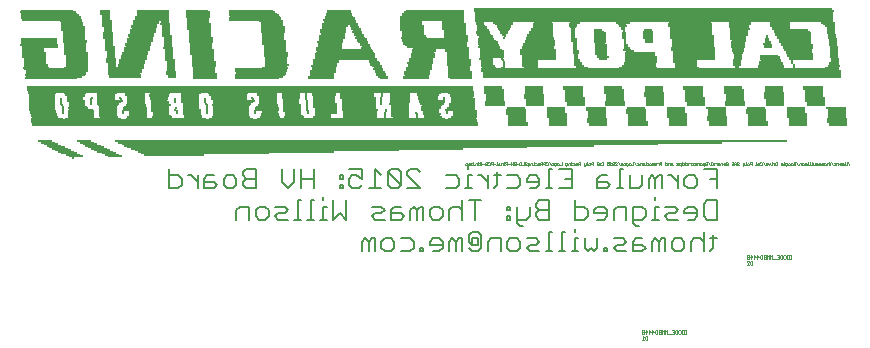
<source format=gbo>
G75*
%MOIN*%
%OFA0B0*%
%FSLAX24Y24*%
%IPPOS*%
%LPD*%
%AMOC8*
5,1,8,0,0,1.08239X$1,22.5*
%
%ADD10R,0.0100X0.0050*%
%ADD11R,0.0500X0.0050*%
%ADD12R,0.2000X0.0050*%
%ADD13R,0.4300X0.0050*%
%ADD14R,0.0550X0.0050*%
%ADD15R,0.6550X0.0050*%
%ADD16R,0.8800X0.0050*%
%ADD17R,1.1100X0.0050*%
%ADD18R,1.3350X0.0050*%
%ADD19R,1.5650X0.0050*%
%ADD20R,1.7900X0.0050*%
%ADD21R,2.0150X0.0050*%
%ADD22R,2.2400X0.0050*%
%ADD23R,0.0600X0.0050*%
%ADD24R,0.0650X0.0050*%
%ADD25R,1.4900X0.0050*%
%ADD26R,1.4850X0.0050*%
%ADD27R,0.0950X0.0050*%
%ADD28R,0.6250X0.0050*%
%ADD29R,0.1500X0.0050*%
%ADD30R,0.2700X0.0050*%
%ADD31R,0.1900X0.0050*%
%ADD32R,0.1050X0.0050*%
%ADD33R,0.0850X0.0050*%
%ADD34R,0.1150X0.0050*%
%ADD35R,0.1300X0.0050*%
%ADD36R,0.0900X0.0050*%
%ADD37R,0.0800X0.0050*%
%ADD38R,0.1200X0.0050*%
%ADD39R,0.0050X0.0050*%
%ADD40R,0.0750X0.0050*%
%ADD41R,0.1000X0.0050*%
%ADD42R,0.0700X0.0050*%
%ADD43R,0.1250X0.0050*%
%ADD44R,0.1350X0.0050*%
%ADD45R,0.1400X0.0050*%
%ADD46R,0.0300X0.0050*%
%ADD47R,0.1450X0.0050*%
%ADD48R,0.1750X0.0050*%
%ADD49R,1.1950X0.0050*%
%ADD50R,0.0350X0.0050*%
%ADD51R,0.1600X0.0050*%
%ADD52R,0.1650X0.0050*%
%ADD53R,0.1700X0.0050*%
%ADD54R,0.1100X0.0050*%
%ADD55R,0.2050X0.0050*%
%ADD56R,1.2000X0.0050*%
%ADD57R,0.2100X0.0050*%
%ADD58R,0.2150X0.0050*%
%ADD59R,0.0150X0.0050*%
%ADD60R,0.0400X0.0050*%
%ADD61R,0.0450X0.0050*%
%ADD62R,0.0250X0.0050*%
%ADD63R,0.0200X0.0050*%
%ADD64R,0.1950X0.0050*%
%ADD65R,0.1850X0.0050*%
%ADD66R,0.2200X0.0050*%
%ADD67R,0.1550X0.0050*%
%ADD68C,0.0010*%
%ADD69C,0.0060*%
D10*
X015875Y017250D03*
X015525Y018750D03*
X015525Y018800D03*
X015525Y018850D03*
X015525Y018900D03*
X015525Y018950D03*
X015475Y019050D03*
X015475Y019100D03*
X015475Y019150D03*
X015475Y019200D03*
X016475Y019200D03*
X016475Y019150D03*
X016475Y019100D03*
X016475Y019050D03*
X017475Y019200D03*
X017525Y018800D03*
X017525Y018750D03*
X019275Y018850D03*
X019325Y018800D03*
X019275Y019100D03*
X019275Y019150D03*
X019275Y019200D03*
X020275Y019200D03*
X020275Y019150D03*
X020275Y019100D03*
X020325Y019000D03*
X020325Y018950D03*
X020325Y018900D03*
X020325Y018850D03*
X020325Y018800D03*
X021925Y018800D03*
X021925Y018750D03*
X021875Y019200D03*
X023625Y019300D03*
X023625Y019350D03*
X023625Y019400D03*
X023675Y019150D03*
X023675Y019100D03*
X023675Y019050D03*
X023675Y019000D03*
X023675Y018950D03*
X023675Y018900D03*
X023675Y018850D03*
X026175Y019300D03*
X026175Y019350D03*
X026175Y019400D03*
X026275Y018750D03*
X026275Y018700D03*
X026275Y018650D03*
X026275Y018600D03*
X027325Y018600D03*
X027325Y018650D03*
X027325Y018700D03*
X028325Y018750D03*
X028325Y018800D03*
X030225Y020300D03*
X030225Y020450D03*
X030175Y020550D03*
X030275Y021300D03*
X034225Y021450D03*
X034225Y021500D03*
X034275Y021200D03*
X034275Y021150D03*
X034275Y021100D03*
X034275Y021050D03*
X039825Y020500D03*
D11*
X041175Y020250D03*
X038075Y021150D03*
X031125Y020250D03*
X029725Y020250D03*
X029625Y021250D03*
X029625Y021300D03*
X029575Y021350D03*
X030225Y021600D03*
X030225Y021650D03*
X017275Y017300D03*
X017175Y017350D03*
X017075Y017400D03*
X016425Y017700D03*
X016325Y017750D03*
X016225Y017800D03*
X015875Y017350D03*
X015975Y017300D03*
X015225Y017650D03*
X015125Y017700D03*
X015025Y017750D03*
X014925Y017800D03*
D12*
X015275Y020000D03*
X015175Y021850D03*
X015125Y021950D03*
X019225Y017350D03*
X024925Y020700D03*
D13*
X020275Y017400D03*
D14*
X018800Y018700D03*
X018800Y018750D03*
X018750Y019150D03*
X019800Y019050D03*
X019800Y019000D03*
X019800Y018950D03*
X019800Y018900D03*
X022450Y018800D03*
X022450Y018750D03*
X023200Y018750D03*
X023200Y018700D03*
X023150Y019050D03*
X023150Y019100D03*
X023150Y019150D03*
X023150Y019200D03*
X024200Y018700D03*
X024200Y018650D03*
X026800Y018600D03*
X027800Y018750D03*
X027800Y018800D03*
X027850Y018650D03*
X031100Y020300D03*
X031100Y020350D03*
X031100Y020400D03*
X031100Y020450D03*
X031100Y020500D03*
X029650Y021200D03*
X038050Y021200D03*
X038050Y021250D03*
X038050Y021300D03*
X016950Y017450D03*
X016850Y017500D03*
X016750Y017550D03*
X016650Y017600D03*
X016550Y017650D03*
X015750Y017400D03*
X015650Y017450D03*
X015550Y017500D03*
X015450Y017550D03*
X015350Y017600D03*
X016000Y019000D03*
X016000Y019050D03*
X016000Y019100D03*
X015950Y019200D03*
X015950Y019250D03*
D15*
X021300Y017450D03*
D16*
X022325Y017500D03*
D17*
X023325Y017550D03*
D18*
X024350Y017600D03*
D19*
X025400Y017650D03*
D20*
X026425Y017700D03*
D21*
X027450Y017750D03*
D22*
X028475Y017800D03*
D23*
X027875Y018600D03*
X027825Y018700D03*
X027775Y018850D03*
X026775Y018850D03*
X026775Y018900D03*
X026775Y018950D03*
X026775Y019000D03*
X026775Y018800D03*
X026775Y018750D03*
X026775Y018700D03*
X026775Y018650D03*
X024175Y018600D03*
X023225Y018650D03*
X023175Y018800D03*
X023175Y018850D03*
X023175Y018900D03*
X023175Y018950D03*
X023175Y019000D03*
X023125Y019250D03*
X023125Y019300D03*
X023125Y019350D03*
X023125Y019400D03*
X022375Y019300D03*
X022375Y019250D03*
X022375Y019200D03*
X022375Y019150D03*
X022375Y019100D03*
X022375Y019050D03*
X022425Y018700D03*
X022425Y018650D03*
X019875Y018650D03*
X019875Y018600D03*
X019825Y018700D03*
X019825Y018750D03*
X019825Y018800D03*
X019825Y018850D03*
X019775Y019100D03*
X019775Y019150D03*
X019775Y019200D03*
X019775Y019250D03*
X019775Y019300D03*
X019775Y019350D03*
X018775Y019100D03*
X018775Y019050D03*
X018775Y018950D03*
X018775Y018900D03*
X018775Y018850D03*
X018775Y018800D03*
X018825Y018650D03*
X018725Y019200D03*
X018725Y019250D03*
X017975Y019250D03*
X017975Y019300D03*
X017975Y019200D03*
X017975Y019150D03*
X017975Y019100D03*
X017975Y019050D03*
X018025Y018800D03*
X018025Y018750D03*
X018025Y018700D03*
X018025Y018650D03*
X017075Y018600D03*
X017025Y018650D03*
X017025Y018700D03*
X017025Y018750D03*
X017025Y018800D03*
X017025Y018850D03*
X017025Y018900D03*
X017025Y018950D03*
X016975Y019200D03*
X016975Y019250D03*
X016975Y019300D03*
X016975Y019350D03*
X015975Y019300D03*
X015975Y019150D03*
X016025Y018950D03*
X029675Y021150D03*
X030225Y021700D03*
X031525Y021750D03*
X031225Y019600D03*
X031225Y019550D03*
X031225Y019500D03*
X031225Y019450D03*
X031225Y019400D03*
X031275Y019200D03*
X031275Y019150D03*
X031275Y019100D03*
X031275Y019050D03*
X031275Y019000D03*
X030675Y018650D03*
X030675Y018600D03*
X030675Y018550D03*
X030675Y018500D03*
X030675Y018450D03*
X030625Y018900D03*
X029925Y019150D03*
X029925Y019200D03*
X029925Y019250D03*
X029925Y019300D03*
X029925Y019350D03*
X029875Y019550D03*
X029875Y019600D03*
X031975Y018900D03*
X031975Y018850D03*
X031975Y018800D03*
X031975Y018750D03*
X032025Y018550D03*
X032025Y018500D03*
X032025Y018450D03*
X032025Y018400D03*
X032025Y018350D03*
X032625Y019000D03*
X032625Y019050D03*
X032625Y019100D03*
X032575Y019300D03*
X032575Y019350D03*
X032575Y019400D03*
X032575Y019450D03*
X032575Y019500D03*
X033325Y018800D03*
X033325Y018750D03*
X033325Y018700D03*
X033325Y018650D03*
X033325Y018600D03*
X033375Y018400D03*
X033375Y018350D03*
X033925Y019150D03*
X033925Y019200D03*
X033925Y019250D03*
X033925Y019300D03*
X033925Y019350D03*
X033875Y019550D03*
X033875Y019600D03*
X034625Y018900D03*
X034675Y018700D03*
X034675Y018650D03*
X034675Y018600D03*
X034675Y018550D03*
X034675Y018500D03*
X035275Y019000D03*
X035275Y019050D03*
X035275Y019100D03*
X035275Y019150D03*
X035275Y019200D03*
X035275Y019250D03*
X035225Y019450D03*
X035225Y019500D03*
X035225Y019550D03*
X035225Y019600D03*
X035975Y018900D03*
X035975Y018850D03*
X035975Y018800D03*
X035975Y018750D03*
X036025Y018550D03*
X036025Y018500D03*
X036025Y018450D03*
X036025Y018400D03*
X036025Y018350D03*
X036625Y019000D03*
X036625Y019050D03*
X036625Y019100D03*
X036575Y019300D03*
X036575Y019350D03*
X036575Y019400D03*
X036575Y019450D03*
X036575Y019500D03*
X037325Y018850D03*
X037325Y018800D03*
X037325Y018750D03*
X037325Y018700D03*
X037325Y018650D03*
X037375Y018450D03*
X037375Y018400D03*
X037375Y018350D03*
X037925Y019150D03*
X037925Y019200D03*
X037925Y019250D03*
X037925Y019300D03*
X037925Y019350D03*
X037875Y019550D03*
X037875Y019600D03*
X038625Y018900D03*
X038675Y018700D03*
X038675Y018650D03*
X038675Y018600D03*
X038675Y018550D03*
X038675Y018500D03*
X039275Y019000D03*
X039275Y019050D03*
X039275Y019100D03*
X039275Y019150D03*
X039275Y019200D03*
X039225Y019450D03*
X039225Y019500D03*
X039225Y019550D03*
X039225Y019600D03*
X039975Y018900D03*
X039975Y018850D03*
X039975Y018800D03*
X039975Y018750D03*
X040025Y018550D03*
X040025Y018500D03*
X040025Y018450D03*
X040025Y018400D03*
X040025Y018350D03*
X040625Y019000D03*
X040625Y019050D03*
X040625Y019100D03*
X040575Y019300D03*
X040575Y019350D03*
X040575Y019400D03*
X040575Y019450D03*
X040575Y019500D03*
X041325Y018850D03*
X041325Y018800D03*
X041325Y018750D03*
X041325Y018700D03*
X041325Y018650D03*
X041325Y018600D03*
X041375Y018400D03*
X041375Y018350D03*
X039075Y020650D03*
X039475Y021550D03*
X039475Y021600D03*
X038075Y021500D03*
X038075Y021450D03*
X038075Y021400D03*
X038075Y021350D03*
D24*
X038100Y021550D03*
X039450Y021650D03*
X039100Y020600D03*
X039100Y020550D03*
X039250Y019400D03*
X039250Y019350D03*
X039250Y019300D03*
X039250Y019250D03*
X038650Y018850D03*
X038650Y018800D03*
X038650Y018750D03*
X038700Y018450D03*
X038700Y018400D03*
X038700Y018350D03*
X037950Y019000D03*
X037950Y019050D03*
X037950Y019100D03*
X037900Y019400D03*
X037900Y019450D03*
X037900Y019500D03*
X037300Y018900D03*
X037350Y018600D03*
X037350Y018550D03*
X037350Y018500D03*
X036600Y019150D03*
X036600Y019200D03*
X036600Y019250D03*
X036550Y019550D03*
X036550Y019600D03*
X035250Y019400D03*
X035250Y019350D03*
X035250Y019300D03*
X034650Y018850D03*
X034650Y018800D03*
X034650Y018750D03*
X034700Y018450D03*
X034700Y018400D03*
X034700Y018350D03*
X033950Y019000D03*
X033950Y019050D03*
X033950Y019100D03*
X033900Y019400D03*
X033900Y019450D03*
X033900Y019500D03*
X033300Y018900D03*
X033300Y018850D03*
X033350Y018550D03*
X033350Y018500D03*
X033350Y018450D03*
X032600Y019150D03*
X032600Y019200D03*
X032600Y019250D03*
X032550Y019550D03*
X032550Y019600D03*
X031250Y019350D03*
X031250Y019300D03*
X031250Y019250D03*
X030650Y018850D03*
X030650Y018800D03*
X030650Y018750D03*
X030650Y018700D03*
X030700Y018400D03*
X030700Y018350D03*
X029950Y019000D03*
X029950Y019050D03*
X029950Y019100D03*
X029900Y019400D03*
X029900Y019450D03*
X029900Y019500D03*
X027800Y018950D03*
X027800Y018900D03*
X027700Y019200D03*
X027700Y019250D03*
X027700Y019300D03*
X026750Y019050D03*
X023250Y018600D03*
X022450Y018600D03*
X022350Y019350D03*
X019800Y019400D03*
X018750Y019350D03*
X018750Y019300D03*
X018800Y019000D03*
X018850Y018600D03*
X018000Y018600D03*
X017050Y019000D03*
X017000Y019400D03*
X015950Y019350D03*
X016050Y018900D03*
X017950Y019350D03*
X029700Y021050D03*
X029700Y021100D03*
X030200Y021750D03*
X032000Y018700D03*
X032000Y018650D03*
X032000Y018600D03*
X036000Y018600D03*
X036000Y018650D03*
X036000Y018700D03*
X040000Y018700D03*
X040000Y018650D03*
X040000Y018600D03*
X040600Y019150D03*
X040600Y019200D03*
X040600Y019250D03*
X040550Y019550D03*
X040550Y019600D03*
X041300Y018900D03*
X041350Y018550D03*
X041350Y018500D03*
X041350Y018450D03*
D25*
X021925Y018400D03*
X021925Y018350D03*
X021775Y019500D03*
X021775Y019550D03*
X021775Y019600D03*
D26*
X021800Y019450D03*
X021900Y018500D03*
X021900Y018450D03*
D27*
X024750Y021950D03*
X028800Y018900D03*
X028850Y018550D03*
X031450Y021200D03*
X031450Y021250D03*
X040050Y020850D03*
X014850Y019400D03*
D28*
X025150Y018550D03*
D29*
X021125Y018550D03*
D30*
X018975Y018550D03*
D31*
X016525Y018550D03*
X015225Y019950D03*
X015075Y022050D03*
X024925Y020800D03*
X028125Y020900D03*
D32*
X031400Y021000D03*
X031400Y021050D03*
X034800Y020600D03*
X034800Y020550D03*
X034800Y020500D03*
X034800Y020450D03*
X039950Y021100D03*
X039950Y021150D03*
X040000Y021000D03*
X024750Y021850D03*
X018550Y022150D03*
X017600Y020000D03*
X017600Y019950D03*
X015000Y018550D03*
D33*
X014900Y018650D03*
X014900Y018700D03*
X014850Y018850D03*
X014850Y018900D03*
X014850Y018950D03*
X014850Y019000D03*
X014850Y019050D03*
X016150Y018800D03*
X016150Y018750D03*
X016150Y018700D03*
X016150Y018650D03*
X017100Y019150D03*
X017800Y020300D03*
X017800Y020350D03*
X017850Y020400D03*
X017850Y020450D03*
X017850Y020500D03*
X017900Y020550D03*
X017900Y020600D03*
X017900Y020650D03*
X017950Y020700D03*
X017950Y020750D03*
X018000Y020850D03*
X018000Y020900D03*
X018050Y021000D03*
X018050Y021050D03*
X018100Y021150D03*
X018100Y021200D03*
X018150Y021300D03*
X018150Y021350D03*
X018200Y021450D03*
X018200Y021500D03*
X018250Y021600D03*
X018250Y021650D03*
X018300Y021750D03*
X018300Y021800D03*
X014650Y020250D03*
X022600Y020250D03*
X024150Y019950D03*
X024150Y019900D03*
X024200Y020100D03*
X024200Y020150D03*
X024250Y020300D03*
X024300Y020450D03*
X024300Y020500D03*
X024400Y020900D03*
X024450Y021100D03*
X024500Y021250D03*
X024500Y021300D03*
X024550Y021450D03*
X024550Y021500D03*
X024600Y021650D03*
X027250Y021250D03*
X027450Y020400D03*
X027400Y020250D03*
X027400Y020200D03*
X027350Y020100D03*
X027350Y020050D03*
X027300Y019950D03*
X027300Y019900D03*
X027850Y019150D03*
X027850Y019100D03*
X028800Y019400D03*
X028850Y019050D03*
X028850Y019000D03*
X028900Y018600D03*
X031450Y021300D03*
X031450Y021350D03*
X039150Y020300D03*
X040100Y020650D03*
X040100Y020700D03*
D34*
X039900Y021250D03*
X039900Y021300D03*
X039800Y021500D03*
X034750Y020300D03*
X031400Y020550D03*
X031400Y020600D03*
X031400Y020650D03*
X025400Y019200D03*
X025400Y019150D03*
X025400Y019100D03*
X025400Y019050D03*
X025400Y019000D03*
X025400Y018950D03*
X025400Y018900D03*
X025450Y018800D03*
X025450Y018750D03*
X025450Y018700D03*
X025450Y018650D03*
X025450Y018600D03*
X025350Y019300D03*
X025350Y019350D03*
X025350Y019400D03*
X018500Y021850D03*
X018500Y021900D03*
X018500Y021950D03*
X017600Y020200D03*
X017600Y020150D03*
X017600Y020100D03*
D35*
X021175Y019050D03*
X021125Y018600D03*
D36*
X016125Y018600D03*
X014925Y018600D03*
X014875Y018750D03*
X014875Y018800D03*
X014825Y019100D03*
X014825Y019150D03*
X014825Y019200D03*
X014825Y019250D03*
X014825Y019300D03*
X014825Y019350D03*
X024725Y022000D03*
X024725Y022050D03*
X028825Y018950D03*
X039125Y020250D03*
X040075Y020750D03*
X040075Y020800D03*
D37*
X040125Y020600D03*
X040125Y020550D03*
X039125Y020400D03*
X039125Y020350D03*
X036325Y020250D03*
X036275Y020450D03*
X036275Y020500D03*
X031475Y021400D03*
X031475Y021450D03*
X029825Y020800D03*
X029825Y020750D03*
X029825Y020700D03*
X029825Y020650D03*
X029825Y020600D03*
X028725Y020500D03*
X028725Y020450D03*
X028725Y020400D03*
X028725Y020350D03*
X028775Y020100D03*
X028775Y020050D03*
X028775Y020000D03*
X028775Y019950D03*
X028825Y019350D03*
X028825Y019300D03*
X028875Y019200D03*
X028875Y019150D03*
X028875Y019100D03*
X028925Y018800D03*
X028925Y018750D03*
X028925Y018700D03*
X028925Y018650D03*
X027825Y019050D03*
X027725Y019400D03*
X027325Y020000D03*
X027375Y020150D03*
X027425Y020300D03*
X027425Y020350D03*
X027475Y020450D03*
X027475Y020500D03*
X027475Y020550D03*
X027525Y020600D03*
X027525Y020650D03*
X027525Y020700D03*
X027575Y020800D03*
X027575Y020850D03*
X027225Y021300D03*
X027175Y021500D03*
X027175Y021550D03*
X027175Y021600D03*
X027175Y021650D03*
X028575Y021650D03*
X028575Y021700D03*
X028575Y021600D03*
X028575Y021550D03*
X028625Y021300D03*
X028625Y021250D03*
X028675Y020850D03*
X028675Y020800D03*
X024725Y022100D03*
X024725Y022150D03*
X024575Y021600D03*
X024575Y021550D03*
X024525Y021400D03*
X024525Y021350D03*
X024475Y021200D03*
X024475Y021150D03*
X024425Y021050D03*
X024425Y021000D03*
X024425Y020950D03*
X024275Y020400D03*
X024275Y020350D03*
X024225Y020250D03*
X024225Y020200D03*
X024175Y020050D03*
X024175Y020000D03*
X024225Y019400D03*
X024225Y019350D03*
X024275Y019050D03*
X024275Y019000D03*
X024275Y018950D03*
X022325Y018900D03*
X022325Y018850D03*
X020275Y019900D03*
X020275Y019950D03*
X020275Y020000D03*
X020275Y020050D03*
X020225Y020300D03*
X020225Y020350D03*
X020225Y020400D03*
X020225Y020450D03*
X020175Y020700D03*
X020175Y020750D03*
X020175Y020800D03*
X020175Y020850D03*
X020125Y021100D03*
X020125Y021150D03*
X020125Y021200D03*
X020125Y021250D03*
X020075Y021550D03*
X020075Y021600D03*
X020075Y021650D03*
X020075Y021700D03*
X020025Y021950D03*
X020025Y022000D03*
X020025Y022050D03*
X020025Y022100D03*
X018275Y021700D03*
X018225Y021550D03*
X018175Y021400D03*
X018125Y021250D03*
X018075Y021100D03*
X018025Y020950D03*
X017975Y020800D03*
X015975Y020750D03*
X015975Y020700D03*
X015925Y021100D03*
X015925Y021150D03*
X015875Y021500D03*
X015875Y021550D03*
X015875Y021600D03*
X014575Y020750D03*
X014575Y020700D03*
X014575Y020650D03*
X014575Y020600D03*
X014625Y020350D03*
X014625Y020300D03*
X015975Y020250D03*
X017075Y019100D03*
X017925Y018900D03*
X017925Y018850D03*
X016125Y018850D03*
X022575Y021050D03*
X022575Y021100D03*
X022575Y021150D03*
X022525Y021450D03*
X022525Y021500D03*
X022525Y021550D03*
X022525Y021600D03*
X022475Y021800D03*
X022625Y020750D03*
X022625Y020700D03*
X022625Y020650D03*
X022675Y020350D03*
D38*
X021075Y019300D03*
X021075Y019250D03*
X021075Y019200D03*
X021125Y018950D03*
X021125Y018900D03*
X021125Y018850D03*
X021125Y018800D03*
X021125Y018750D03*
X021125Y018700D03*
X021125Y018650D03*
X017625Y020250D03*
X014775Y020950D03*
X014725Y021050D03*
X014725Y021100D03*
X014725Y021150D03*
X014725Y021200D03*
X024775Y021700D03*
X025375Y019250D03*
X025425Y018850D03*
X031375Y020700D03*
X031375Y020750D03*
X031375Y020800D03*
X031375Y020850D03*
X039825Y021450D03*
X039875Y021400D03*
X039875Y021350D03*
D39*
X039000Y021300D03*
X039000Y021250D03*
X039850Y020450D03*
X039850Y020400D03*
X039900Y020350D03*
X039900Y020300D03*
X039900Y020250D03*
X030250Y020350D03*
X030250Y020400D03*
X030200Y020500D03*
X030250Y021250D03*
X028250Y019250D03*
X028250Y019200D03*
X027300Y018750D03*
X026300Y018800D03*
X026300Y018850D03*
X026150Y019050D03*
X026150Y019100D03*
X026150Y019150D03*
X026150Y019200D03*
X026150Y019250D03*
X023700Y018800D03*
X023700Y018750D03*
X023650Y019200D03*
X023650Y019250D03*
X021850Y019250D03*
X020300Y019050D03*
X020350Y018750D03*
X019350Y018750D03*
X019300Y018900D03*
X017450Y019250D03*
X016500Y019250D03*
X015500Y019000D03*
D40*
X015950Y019400D03*
X016000Y020300D03*
X016000Y020350D03*
X016000Y020400D03*
X016000Y020450D03*
X016000Y020500D03*
X016000Y020550D03*
X016000Y020600D03*
X016000Y020650D03*
X015950Y020800D03*
X015950Y020850D03*
X015950Y020900D03*
X015950Y020950D03*
X015950Y021000D03*
X015950Y021050D03*
X015900Y021200D03*
X015900Y021250D03*
X015900Y021300D03*
X015900Y021350D03*
X015900Y021400D03*
X015900Y021450D03*
X015850Y021650D03*
X015850Y021700D03*
X015850Y021750D03*
X015800Y021800D03*
X014550Y020900D03*
X014550Y020850D03*
X014550Y020800D03*
X014600Y020550D03*
X014600Y020500D03*
X014600Y020450D03*
X014600Y020400D03*
X017050Y019050D03*
X017950Y018950D03*
X020250Y020100D03*
X020250Y020150D03*
X020250Y020200D03*
X020250Y020250D03*
X020200Y020500D03*
X020200Y020550D03*
X020200Y020600D03*
X020200Y020650D03*
X020150Y020900D03*
X020150Y020950D03*
X020150Y021000D03*
X020150Y021050D03*
X020100Y021300D03*
X020100Y021350D03*
X020100Y021400D03*
X020100Y021450D03*
X020100Y021500D03*
X020050Y021750D03*
X020050Y021800D03*
X020050Y021850D03*
X020050Y021900D03*
X020000Y022150D03*
X022500Y021750D03*
X022500Y021700D03*
X022500Y021650D03*
X022550Y021400D03*
X022550Y021350D03*
X022550Y021300D03*
X022550Y021250D03*
X022550Y021200D03*
X022600Y021000D03*
X022600Y020950D03*
X022600Y020900D03*
X022600Y020850D03*
X022600Y020800D03*
X022650Y020600D03*
X022650Y020550D03*
X022650Y020500D03*
X022650Y020450D03*
X022650Y020400D03*
X022650Y020300D03*
X024250Y019300D03*
X024250Y019250D03*
X024250Y019200D03*
X024250Y019150D03*
X024250Y019100D03*
X024300Y018900D03*
X024300Y018850D03*
X024300Y018800D03*
X024300Y018750D03*
X022350Y018950D03*
X027200Y021350D03*
X027200Y021400D03*
X027200Y021450D03*
X027150Y021700D03*
X027150Y021750D03*
X027150Y021800D03*
X027550Y020750D03*
X028700Y020750D03*
X028700Y020700D03*
X028700Y020650D03*
X028700Y020600D03*
X028700Y020550D03*
X028750Y020300D03*
X028750Y020250D03*
X028750Y020200D03*
X028750Y020150D03*
X028800Y019900D03*
X027700Y019350D03*
X028850Y019250D03*
X029800Y020850D03*
X029750Y020950D03*
X028600Y021350D03*
X028600Y021400D03*
X028600Y021450D03*
X028600Y021500D03*
X028550Y021750D03*
X028550Y021800D03*
X031500Y021550D03*
X031500Y021500D03*
X036300Y020400D03*
X036300Y020350D03*
X036300Y020300D03*
X038100Y021700D03*
X038100Y021750D03*
X039100Y020450D03*
D41*
X040025Y020900D03*
X040025Y020950D03*
X039975Y021050D03*
X034775Y020750D03*
X034775Y020700D03*
X034775Y020650D03*
X031425Y021100D03*
X031425Y021150D03*
X028775Y018850D03*
X024775Y021900D03*
D42*
X026775Y019400D03*
X026775Y019350D03*
X026775Y019300D03*
X026775Y019250D03*
X026775Y019200D03*
X026775Y019150D03*
X026775Y019100D03*
X027825Y019000D03*
X029775Y020900D03*
X029725Y021000D03*
X031525Y021600D03*
X031525Y021650D03*
X031525Y021700D03*
X038075Y021650D03*
X038075Y021600D03*
X039425Y021700D03*
X039425Y021750D03*
X039125Y020500D03*
X022375Y019000D03*
X022325Y019400D03*
X018775Y019400D03*
X017925Y019400D03*
X017975Y019000D03*
D43*
X021050Y019350D03*
X021150Y019000D03*
X014750Y021000D03*
X034700Y020250D03*
D44*
X021200Y019100D03*
X021050Y019400D03*
D45*
X021225Y019150D03*
X036525Y020950D03*
X036525Y021000D03*
X036525Y021050D03*
X036525Y021100D03*
X036525Y021150D03*
X036525Y021200D03*
X036475Y021350D03*
X036475Y021400D03*
X036475Y021450D03*
X036475Y021500D03*
X036475Y021550D03*
X036475Y021600D03*
X036425Y021750D03*
X036575Y020800D03*
X036575Y020750D03*
X036575Y020700D03*
X036575Y020650D03*
X036575Y020600D03*
X036575Y020550D03*
D46*
X035075Y021100D03*
X035075Y021150D03*
X035075Y021200D03*
X035025Y021500D03*
X034175Y021700D03*
X033375Y021500D03*
X034425Y020800D03*
X033525Y020550D03*
X032775Y020300D03*
X030225Y021450D03*
X029475Y021650D03*
X029425Y021750D03*
X026225Y019900D03*
X026075Y020150D03*
X026025Y020250D03*
X025875Y020500D03*
X025625Y020950D03*
X025575Y021050D03*
X025425Y021300D03*
X025375Y021400D03*
X025325Y021500D03*
X025275Y021600D03*
X025225Y021650D03*
X019175Y020000D03*
X019175Y019950D03*
X019125Y020150D03*
X019125Y020200D03*
X019125Y020250D03*
X019125Y020300D03*
X019125Y020350D03*
X019125Y020400D03*
X019125Y020450D03*
X019075Y020550D03*
X019075Y020600D03*
X019075Y020650D03*
X019075Y020700D03*
X019075Y020750D03*
X019075Y020800D03*
X019075Y020850D03*
X019025Y020950D03*
X019025Y021000D03*
X019025Y021050D03*
X019025Y021100D03*
X019025Y021150D03*
X019025Y021200D03*
X019025Y021250D03*
X018975Y021350D03*
X018975Y021400D03*
X018975Y021450D03*
X018975Y021500D03*
X018975Y021550D03*
X018975Y021600D03*
X018975Y021650D03*
X018925Y021750D03*
X018925Y021800D03*
X017075Y021200D03*
X017075Y021150D03*
X017075Y021100D03*
X017075Y021050D03*
X017075Y021000D03*
X017125Y020800D03*
X017125Y020750D03*
X017125Y020700D03*
X017125Y020650D03*
X017125Y020600D03*
X017175Y020400D03*
X017175Y020350D03*
X017175Y020300D03*
X017025Y021450D03*
X017025Y021500D03*
X017025Y021550D03*
X017025Y021600D03*
X016975Y021850D03*
X016975Y021900D03*
X016975Y021950D03*
X016975Y022000D03*
X038025Y020700D03*
X038025Y020650D03*
X038025Y020600D03*
X038025Y020550D03*
X039025Y020950D03*
X039025Y021000D03*
X041175Y021250D03*
X041175Y021300D03*
X041175Y021350D03*
X041125Y021550D03*
X041125Y021600D03*
X041225Y020950D03*
X041225Y020900D03*
X041225Y020850D03*
X041275Y020550D03*
X041275Y020500D03*
X041275Y020450D03*
D47*
X036550Y020850D03*
X036550Y020900D03*
X036500Y021250D03*
X036500Y021300D03*
X036450Y021650D03*
X036450Y021700D03*
X022000Y019900D03*
X021800Y022150D03*
D48*
X021950Y021900D03*
X021950Y021850D03*
X022150Y020200D03*
X022150Y020150D03*
X015150Y019900D03*
X015000Y022150D03*
D49*
X035200Y022200D03*
X035250Y022100D03*
X035250Y022050D03*
X035250Y022000D03*
X035250Y021950D03*
X035250Y021900D03*
X035250Y021850D03*
X035250Y021800D03*
X035450Y020200D03*
X035500Y020100D03*
X035500Y020050D03*
X035500Y020000D03*
X035500Y019950D03*
D50*
X035050Y021250D03*
X035050Y021300D03*
X035050Y021350D03*
X035050Y021400D03*
X035050Y021450D03*
X033450Y021050D03*
X033500Y020650D03*
X033400Y021450D03*
X032600Y021750D03*
X030250Y021500D03*
X029500Y021550D03*
X029500Y021600D03*
X026200Y019950D03*
X026150Y020000D03*
X026150Y020050D03*
X026100Y020100D03*
X026050Y020200D03*
X026000Y020300D03*
X025950Y020350D03*
X025950Y020400D03*
X025900Y020450D03*
X025650Y020900D03*
X025600Y021000D03*
X025550Y021100D03*
X025500Y021150D03*
X025500Y021200D03*
X025450Y021250D03*
X025400Y021350D03*
X025350Y021450D03*
X025300Y021550D03*
X019050Y020900D03*
X019000Y021300D03*
X018950Y021700D03*
X017050Y021400D03*
X017050Y021350D03*
X017050Y021300D03*
X017050Y021250D03*
X017100Y020950D03*
X017100Y020900D03*
X017100Y020850D03*
X017150Y020550D03*
X017150Y020500D03*
X017150Y020450D03*
X019100Y020500D03*
X019150Y020100D03*
X019150Y020050D03*
X017000Y021650D03*
X017000Y021700D03*
X017000Y021750D03*
X017000Y021800D03*
X016950Y022050D03*
X016950Y022100D03*
X016950Y022150D03*
X038050Y020750D03*
X041100Y021650D03*
X041250Y020400D03*
X041250Y020350D03*
D51*
X022075Y019950D03*
X021875Y022050D03*
D52*
X021900Y022000D03*
X022100Y020000D03*
D53*
X022125Y020050D03*
X022125Y020100D03*
X021925Y021950D03*
D54*
X024775Y021800D03*
X024775Y021750D03*
X018525Y022000D03*
X018525Y022050D03*
X018525Y022100D03*
X017575Y020050D03*
X031375Y020900D03*
X031375Y020950D03*
X034775Y020400D03*
X034775Y020350D03*
X039925Y021200D03*
D55*
X028000Y020950D03*
X027900Y022100D03*
X024950Y020650D03*
X024950Y020600D03*
X015300Y020100D03*
X015300Y020050D03*
X015150Y021900D03*
D56*
X035225Y022150D03*
X035475Y020150D03*
D57*
X027975Y021000D03*
X027875Y022000D03*
X027875Y022050D03*
X024975Y020550D03*
X015325Y020150D03*
D58*
X015300Y020200D03*
X027850Y021850D03*
X027850Y021900D03*
X027850Y021950D03*
X027950Y021100D03*
X027950Y021050D03*
D59*
X030200Y020250D03*
X030250Y021350D03*
X032550Y021350D03*
X032550Y021400D03*
X032550Y021450D03*
X032550Y021500D03*
X032550Y021550D03*
X032550Y021300D03*
X032550Y021250D03*
X032600Y021100D03*
X032600Y021050D03*
X032600Y021000D03*
X032600Y020950D03*
X032600Y020900D03*
X032600Y020850D03*
X032650Y020700D03*
X032650Y020650D03*
X032650Y020600D03*
X032650Y020550D03*
X034300Y020950D03*
X034300Y021000D03*
X034250Y021250D03*
X034250Y021300D03*
X034250Y021350D03*
X034250Y021400D03*
X034200Y021550D03*
X034200Y021600D03*
X038000Y020300D03*
X038000Y020250D03*
X039000Y021150D03*
X039000Y021200D03*
D60*
X038025Y020900D03*
X038025Y020850D03*
X038025Y020800D03*
X041075Y021700D03*
X041225Y020300D03*
X033525Y020600D03*
X033475Y020700D03*
X033475Y020750D03*
X033475Y020800D03*
X033475Y020850D03*
X033475Y020900D03*
X033475Y020950D03*
X033475Y021000D03*
X033425Y021100D03*
X033425Y021150D03*
X033425Y021200D03*
X033425Y021250D03*
X033425Y021300D03*
X033425Y021350D03*
X033425Y021400D03*
X032825Y020250D03*
X030225Y021550D03*
X029525Y021500D03*
X029675Y020500D03*
X029675Y020450D03*
X029675Y020400D03*
X029675Y020350D03*
D61*
X029700Y020300D03*
X029650Y020550D03*
X029550Y021400D03*
X029550Y021450D03*
X034200Y021750D03*
X038050Y021100D03*
X038050Y021050D03*
X038050Y021000D03*
X038050Y020950D03*
X041050Y021750D03*
D62*
X041150Y021500D03*
X041150Y021450D03*
X041150Y021400D03*
X041200Y021200D03*
X041200Y021150D03*
X041200Y021100D03*
X041200Y021050D03*
X041200Y021000D03*
X041250Y020800D03*
X041250Y020750D03*
X041250Y020700D03*
X041250Y020650D03*
X041250Y020600D03*
X039000Y021050D03*
X038000Y020500D03*
X038000Y020450D03*
X038000Y020400D03*
X038000Y020350D03*
X034350Y020850D03*
X034200Y021650D03*
X032550Y021650D03*
X032550Y021700D03*
X032700Y020400D03*
X032700Y020350D03*
X030250Y021400D03*
X029450Y021700D03*
D63*
X032525Y021600D03*
X032575Y021200D03*
X032575Y021150D03*
X032625Y020800D03*
X032625Y020750D03*
X032675Y020500D03*
X032675Y020450D03*
X034325Y020900D03*
X039025Y021100D03*
D64*
X027950Y022150D03*
X024950Y020750D03*
X015100Y022000D03*
D65*
X015050Y022100D03*
X024900Y020850D03*
D66*
X027925Y021150D03*
X027925Y021200D03*
D67*
X021850Y022100D03*
D68*
X029376Y017110D02*
X029376Y017095D01*
X029376Y017065D02*
X029376Y017005D01*
X029391Y017005D02*
X029361Y017005D01*
X029330Y017005D02*
X029330Y017065D01*
X029285Y017065D01*
X029270Y017050D01*
X029270Y017005D01*
X029238Y017005D02*
X029223Y017005D01*
X029223Y017020D01*
X029238Y017020D01*
X029238Y017005D01*
X029192Y017005D02*
X029147Y017005D01*
X029132Y017020D01*
X029132Y017050D01*
X029147Y017065D01*
X029192Y017065D01*
X029192Y017095D02*
X029192Y017005D01*
X029100Y017005D02*
X029100Y017065D01*
X029085Y017065D01*
X029070Y017050D01*
X029055Y017065D01*
X029040Y017050D01*
X029040Y017005D01*
X029070Y017005D02*
X029070Y017050D01*
X029008Y017065D02*
X028963Y017065D01*
X028947Y017050D01*
X028947Y017020D01*
X028963Y017005D01*
X029008Y017005D01*
X029008Y016975D02*
X029008Y017065D01*
X029376Y017065D02*
X029391Y017065D01*
X029423Y017065D02*
X029438Y017050D01*
X029423Y017035D01*
X029423Y017020D01*
X029438Y017005D01*
X029468Y017005D01*
X029483Y017020D01*
X029453Y017050D02*
X029438Y017050D01*
X029423Y017065D02*
X029423Y017080D01*
X029438Y017095D01*
X029468Y017095D01*
X029483Y017080D01*
X029515Y017050D02*
X029575Y017050D01*
X029607Y017035D02*
X029607Y017020D01*
X029622Y017005D01*
X029667Y017005D01*
X029667Y017095D01*
X029622Y017095D01*
X029607Y017080D01*
X029607Y017065D01*
X029622Y017050D01*
X029667Y017050D01*
X029699Y017020D02*
X029714Y017005D01*
X029745Y017005D01*
X029760Y017020D01*
X029760Y017080D01*
X029745Y017095D01*
X029714Y017095D01*
X029699Y017080D01*
X029622Y017050D02*
X029607Y017035D01*
X029792Y017050D02*
X029807Y017035D01*
X029852Y017035D01*
X029852Y017005D02*
X029852Y017095D01*
X029807Y017095D01*
X029792Y017080D01*
X029792Y017050D01*
X029884Y017050D02*
X029944Y017050D01*
X029975Y017005D02*
X030005Y017005D01*
X029990Y017005D02*
X029990Y017095D01*
X030005Y017095D01*
X030037Y017050D02*
X030037Y017005D01*
X030082Y017005D01*
X030097Y017020D01*
X030082Y017035D01*
X030037Y017035D01*
X030037Y017050D02*
X030052Y017065D01*
X030082Y017065D01*
X030129Y017050D02*
X030129Y017005D01*
X030129Y017050D02*
X030144Y017065D01*
X030189Y017065D01*
X030189Y017005D01*
X030221Y017005D02*
X030251Y017005D01*
X030236Y017005D02*
X030236Y017065D01*
X030251Y017065D01*
X030236Y017095D02*
X030236Y017110D01*
X030283Y017095D02*
X030343Y017095D01*
X030343Y017005D01*
X030343Y017050D02*
X030313Y017050D01*
X030375Y017050D02*
X030435Y017050D01*
X030467Y017005D02*
X030467Y017095D01*
X030527Y017095D02*
X030527Y017005D01*
X030497Y017035D01*
X030467Y017005D01*
X030559Y017020D02*
X030574Y017005D01*
X030619Y017005D01*
X030619Y017095D01*
X030574Y017095D01*
X030559Y017080D01*
X030559Y017065D01*
X030574Y017050D01*
X030619Y017050D01*
X030651Y017050D02*
X030711Y017050D01*
X030743Y017020D02*
X030743Y017080D01*
X030758Y017095D01*
X030788Y017095D01*
X030803Y017080D01*
X030803Y017020D01*
X030788Y017005D01*
X030758Y017005D01*
X030743Y017020D01*
X030835Y017005D02*
X030895Y017005D01*
X030895Y017095D01*
X030927Y017080D02*
X030942Y017095D01*
X030972Y017095D01*
X030987Y017080D01*
X030987Y017065D01*
X030972Y017050D01*
X030942Y017050D01*
X030927Y017035D01*
X030927Y017020D01*
X030942Y017005D01*
X030972Y017005D01*
X030987Y017020D01*
X031019Y017005D02*
X031064Y017005D01*
X031079Y017020D01*
X031079Y017050D01*
X031064Y017065D01*
X031019Y017065D01*
X031019Y016990D01*
X031034Y016975D01*
X031049Y016975D01*
X031111Y017005D02*
X031111Y017050D01*
X031126Y017065D01*
X031171Y017065D01*
X031171Y017005D01*
X031203Y017005D02*
X031233Y017005D01*
X031218Y017005D02*
X031218Y017065D01*
X031233Y017065D01*
X031265Y017065D02*
X031310Y017065D01*
X031325Y017050D01*
X031325Y017020D01*
X031310Y017005D01*
X031265Y017005D01*
X031357Y017005D02*
X031402Y017005D01*
X031417Y017020D01*
X031402Y017035D01*
X031357Y017035D01*
X031357Y017050D02*
X031357Y017005D01*
X031357Y017050D02*
X031372Y017065D01*
X031402Y017065D01*
X031449Y017050D02*
X031464Y017035D01*
X031509Y017035D01*
X031509Y017005D02*
X031509Y017095D01*
X031464Y017095D01*
X031449Y017080D01*
X031449Y017050D01*
X031479Y017035D02*
X031449Y017005D01*
X031541Y017050D02*
X031556Y017035D01*
X031601Y017035D01*
X031601Y017005D02*
X031601Y017095D01*
X031556Y017095D01*
X031541Y017080D01*
X031541Y017050D01*
X031633Y017020D02*
X031648Y017005D01*
X031678Y017005D01*
X031693Y017020D01*
X031693Y017080D01*
X031678Y017095D01*
X031648Y017095D01*
X031633Y017080D01*
X031725Y017095D02*
X031785Y017005D01*
X031817Y017020D02*
X031817Y017050D01*
X031832Y017065D01*
X031862Y017065D01*
X031877Y017050D01*
X031877Y017020D01*
X031862Y017005D01*
X031832Y017005D01*
X031817Y017020D01*
X031909Y017005D02*
X031954Y017005D01*
X031969Y017020D01*
X031969Y017050D01*
X031954Y017065D01*
X031909Y017065D01*
X031909Y016990D01*
X031924Y016975D01*
X031939Y016975D01*
X032001Y017020D02*
X032001Y017050D01*
X032016Y017065D01*
X032046Y017065D01*
X032061Y017050D01*
X032061Y017020D01*
X032046Y017005D01*
X032016Y017005D01*
X032001Y017020D01*
X032093Y017005D02*
X032154Y017005D01*
X032154Y017095D01*
X032278Y017065D02*
X032323Y017065D01*
X032338Y017050D01*
X032338Y017020D01*
X032323Y017005D01*
X032278Y017005D01*
X032278Y016990D02*
X032278Y017065D01*
X032278Y016990D02*
X032293Y016975D01*
X032308Y016975D01*
X032370Y017005D02*
X032370Y017050D01*
X032385Y017065D01*
X032430Y017065D01*
X032430Y017005D01*
X032461Y017005D02*
X032491Y017005D01*
X032476Y017005D02*
X032476Y017065D01*
X032491Y017065D01*
X032523Y017065D02*
X032568Y017065D01*
X032583Y017050D01*
X032583Y017020D01*
X032568Y017005D01*
X032523Y017005D01*
X032615Y017005D02*
X032660Y017005D01*
X032675Y017020D01*
X032660Y017035D01*
X032615Y017035D01*
X032615Y017050D02*
X032615Y017005D01*
X032615Y017050D02*
X032630Y017065D01*
X032660Y017065D01*
X032707Y017050D02*
X032722Y017035D01*
X032767Y017035D01*
X032737Y017035D02*
X032707Y017005D01*
X032707Y017050D02*
X032707Y017080D01*
X032722Y017095D01*
X032767Y017095D01*
X032767Y017005D01*
X032892Y017005D02*
X032937Y017005D01*
X032952Y017020D01*
X032952Y017065D01*
X032998Y017095D02*
X032998Y017005D01*
X033013Y017005D02*
X032983Y017005D01*
X033045Y017020D02*
X033045Y017050D01*
X033060Y017065D01*
X033090Y017065D01*
X033105Y017050D01*
X033105Y017020D01*
X033090Y017005D01*
X033060Y017005D01*
X033045Y017020D01*
X033013Y017095D02*
X032998Y017095D01*
X032892Y017065D02*
X032892Y016990D01*
X032907Y016975D01*
X032922Y016975D01*
X033137Y017050D02*
X033152Y017035D01*
X033197Y017035D01*
X033197Y017005D02*
X033197Y017095D01*
X033152Y017095D01*
X033137Y017080D01*
X033137Y017050D01*
X033321Y017005D02*
X033351Y017005D01*
X033336Y017005D02*
X033336Y017095D01*
X033351Y017095D01*
X033383Y017050D02*
X033383Y017005D01*
X033428Y017005D01*
X033443Y017020D01*
X033428Y017035D01*
X033383Y017035D01*
X033383Y017050D02*
X033398Y017065D01*
X033428Y017065D01*
X033475Y017080D02*
X033490Y017095D01*
X033520Y017095D01*
X033535Y017080D01*
X033535Y017020D01*
X033520Y017005D01*
X033490Y017005D01*
X033475Y017020D01*
X033659Y017020D02*
X033674Y017005D01*
X033704Y017005D01*
X033719Y017020D01*
X033719Y017050D02*
X033689Y017065D01*
X033674Y017065D01*
X033659Y017050D01*
X033659Y017020D01*
X033719Y017050D02*
X033719Y017095D01*
X033659Y017095D01*
X033781Y017095D02*
X033781Y017005D01*
X033811Y017005D02*
X033751Y017005D01*
X033811Y017065D02*
X033781Y017095D01*
X033843Y017080D02*
X033903Y017020D01*
X033888Y017005D01*
X033858Y017005D01*
X033843Y017020D01*
X033843Y017080D01*
X033858Y017095D01*
X033888Y017095D01*
X033903Y017080D01*
X033903Y017020D01*
X033935Y017005D02*
X033995Y017005D01*
X033935Y017065D01*
X033935Y017080D01*
X033950Y017095D01*
X033980Y017095D01*
X033995Y017080D01*
X034027Y017095D02*
X034087Y017005D01*
X034119Y017020D02*
X034134Y017035D01*
X034164Y017035D01*
X034179Y017050D01*
X034164Y017065D01*
X034119Y017065D01*
X034119Y017020D02*
X034134Y017005D01*
X034179Y017005D01*
X034211Y017020D02*
X034211Y017050D01*
X034226Y017065D01*
X034256Y017065D01*
X034271Y017050D01*
X034271Y017020D01*
X034256Y017005D01*
X034226Y017005D01*
X034211Y017020D01*
X034303Y017005D02*
X034348Y017005D01*
X034363Y017020D01*
X034363Y017050D01*
X034348Y017065D01*
X034303Y017065D01*
X034303Y016990D01*
X034318Y016975D01*
X034333Y016975D01*
X034395Y017020D02*
X034395Y017050D01*
X034410Y017065D01*
X034440Y017065D01*
X034455Y017050D01*
X034455Y017020D01*
X034440Y017005D01*
X034410Y017005D01*
X034395Y017020D01*
X034488Y017005D02*
X034548Y017005D01*
X034548Y017095D01*
X034580Y017095D02*
X034640Y017005D01*
X034672Y017020D02*
X034687Y017035D01*
X034717Y017035D01*
X034732Y017050D01*
X034717Y017065D01*
X034672Y017065D01*
X034672Y017020D02*
X034687Y017005D01*
X034732Y017005D01*
X034764Y017005D02*
X034764Y017050D01*
X034779Y017065D01*
X034824Y017065D01*
X034824Y017005D01*
X034856Y017020D02*
X034856Y017050D01*
X034871Y017065D01*
X034901Y017065D01*
X034916Y017050D01*
X034916Y017020D01*
X034901Y017005D01*
X034871Y017005D01*
X034856Y017020D01*
X034947Y017005D02*
X034977Y017005D01*
X034962Y017005D02*
X034962Y017065D01*
X034977Y017065D01*
X035009Y017065D02*
X035039Y017065D01*
X035024Y017080D02*
X035024Y017020D01*
X035009Y017005D01*
X035071Y017020D02*
X035071Y017050D01*
X035086Y017065D01*
X035116Y017065D01*
X035131Y017050D01*
X035131Y017020D01*
X035116Y017005D01*
X035086Y017005D01*
X035071Y017020D01*
X035163Y017005D02*
X035163Y017050D01*
X035178Y017065D01*
X035193Y017050D01*
X035193Y017005D01*
X035223Y017005D02*
X035223Y017065D01*
X035208Y017065D01*
X035193Y017050D01*
X035255Y017050D02*
X035270Y017065D01*
X035300Y017065D01*
X035315Y017050D01*
X035315Y017020D01*
X035300Y017005D01*
X035270Y017005D01*
X035255Y017020D01*
X035255Y017050D01*
X035347Y017065D02*
X035362Y017065D01*
X035392Y017035D01*
X035392Y017005D02*
X035392Y017065D01*
X035424Y017050D02*
X035439Y017035D01*
X035484Y017035D01*
X035484Y017005D02*
X035484Y017095D01*
X035439Y017095D01*
X035424Y017080D01*
X035424Y017050D01*
X035608Y017065D02*
X035653Y017065D01*
X035668Y017050D01*
X035668Y017020D01*
X035653Y017005D01*
X035608Y017005D01*
X035608Y017095D01*
X035700Y017050D02*
X035700Y017005D01*
X035700Y017050D02*
X035715Y017065D01*
X035760Y017065D01*
X035760Y017005D01*
X035792Y017005D02*
X035837Y017005D01*
X035852Y017020D01*
X035837Y017035D01*
X035792Y017035D01*
X035792Y017050D02*
X035792Y017005D01*
X035792Y017050D02*
X035807Y017065D01*
X035837Y017065D01*
X035976Y017065D02*
X036021Y017065D01*
X036036Y017050D01*
X036021Y017035D01*
X035991Y017035D01*
X035976Y017020D01*
X035991Y017005D01*
X036036Y017005D01*
X036068Y017020D02*
X036083Y017005D01*
X036128Y017005D01*
X036128Y016975D02*
X036128Y017065D01*
X036083Y017065D01*
X036068Y017050D01*
X036068Y017020D01*
X036160Y017005D02*
X036190Y017005D01*
X036175Y017005D02*
X036175Y017065D01*
X036190Y017065D01*
X036175Y017095D02*
X036175Y017110D01*
X036222Y017050D02*
X036222Y017005D01*
X036222Y017050D02*
X036237Y017065D01*
X036267Y017065D01*
X036282Y017050D01*
X036314Y017065D02*
X036359Y017065D01*
X036374Y017050D01*
X036359Y017035D01*
X036329Y017035D01*
X036314Y017020D01*
X036329Y017005D01*
X036374Y017005D01*
X036405Y017065D02*
X036420Y017065D01*
X036451Y017035D01*
X036451Y017005D02*
X036451Y017065D01*
X036483Y017050D02*
X036498Y017065D01*
X036528Y017065D01*
X036543Y017050D01*
X036543Y017020D01*
X036528Y017005D01*
X036498Y017005D01*
X036483Y017020D01*
X036483Y017050D01*
X036575Y017065D02*
X036620Y017065D01*
X036635Y017050D01*
X036620Y017035D01*
X036590Y017035D01*
X036575Y017020D01*
X036590Y017005D01*
X036635Y017005D01*
X036667Y017005D02*
X036667Y017050D01*
X036682Y017065D01*
X036727Y017065D01*
X036727Y017005D01*
X036759Y017020D02*
X036759Y017050D01*
X036774Y017065D01*
X036804Y017065D01*
X036819Y017050D01*
X036819Y017020D01*
X036804Y017005D01*
X036774Y017005D01*
X036759Y017020D01*
X036851Y017020D02*
X036866Y017005D01*
X036911Y017005D01*
X036911Y016975D02*
X036911Y017065D01*
X036866Y017065D01*
X036851Y017050D01*
X036851Y017020D01*
X036943Y017020D02*
X036958Y017005D01*
X036988Y017005D01*
X037003Y017020D01*
X036988Y017050D02*
X036958Y017050D01*
X036943Y017035D01*
X036943Y017020D01*
X036988Y017050D02*
X037003Y017065D01*
X037003Y017080D01*
X036988Y017095D01*
X036958Y017095D01*
X036943Y017080D01*
X037035Y017095D02*
X037095Y017005D01*
X037126Y017005D02*
X037156Y017005D01*
X037141Y017005D02*
X037141Y017095D01*
X037156Y017095D01*
X037188Y017050D02*
X037188Y017005D01*
X037234Y017005D01*
X037249Y017020D01*
X037234Y017035D01*
X037188Y017035D01*
X037188Y017050D02*
X037203Y017065D01*
X037234Y017065D01*
X037280Y017065D02*
X037295Y017065D01*
X037325Y017035D01*
X037325Y017005D02*
X037325Y017065D01*
X037357Y017050D02*
X037357Y017035D01*
X037417Y017035D01*
X037417Y017020D02*
X037417Y017050D01*
X037402Y017065D01*
X037372Y017065D01*
X037357Y017050D01*
X037372Y017005D02*
X037402Y017005D01*
X037417Y017020D01*
X037449Y017005D02*
X037449Y017050D01*
X037464Y017065D01*
X037509Y017065D01*
X037509Y017005D01*
X037541Y017035D02*
X037601Y017035D01*
X037601Y017020D02*
X037601Y017050D01*
X037586Y017065D01*
X037556Y017065D01*
X037541Y017050D01*
X037541Y017035D01*
X037556Y017005D02*
X037586Y017005D01*
X037601Y017020D01*
X037634Y017020D02*
X037634Y017050D01*
X037664Y017050D01*
X037694Y017020D02*
X037679Y017005D01*
X037649Y017005D01*
X037634Y017020D01*
X037694Y017020D02*
X037694Y017080D01*
X037679Y017095D01*
X037649Y017095D01*
X037634Y017080D01*
X037818Y017095D02*
X037878Y017095D01*
X037878Y017005D01*
X037818Y017005D01*
X037848Y017050D02*
X037878Y017050D01*
X037910Y017050D02*
X037970Y017050D01*
X037970Y017065D02*
X037940Y017095D01*
X037910Y017065D01*
X037910Y017005D01*
X037970Y017005D02*
X037970Y017065D01*
X038002Y017080D02*
X038017Y017095D01*
X038047Y017095D01*
X038062Y017080D01*
X038062Y017065D01*
X038047Y017050D01*
X038017Y017050D01*
X038002Y017035D01*
X038002Y017020D01*
X038017Y017005D01*
X038047Y017005D01*
X038062Y017020D01*
X038186Y017005D02*
X038231Y017005D01*
X038246Y017020D01*
X038246Y017065D01*
X038292Y017095D02*
X038292Y017005D01*
X038307Y017005D02*
X038277Y017005D01*
X038339Y017020D02*
X038339Y017050D01*
X038354Y017065D01*
X038384Y017065D01*
X038400Y017050D01*
X038400Y017020D01*
X038384Y017005D01*
X038354Y017005D01*
X038339Y017020D01*
X038307Y017095D02*
X038292Y017095D01*
X038186Y017065D02*
X038186Y016990D01*
X038201Y016975D01*
X038216Y016975D01*
X038432Y017050D02*
X038447Y017035D01*
X038492Y017035D01*
X038492Y017005D02*
X038492Y017095D01*
X038447Y017095D01*
X038432Y017080D01*
X038432Y017050D01*
X038615Y017005D02*
X038645Y017005D01*
X038630Y017005D02*
X038630Y017095D01*
X038645Y017095D01*
X038677Y017050D02*
X038677Y017005D01*
X038722Y017005D01*
X038737Y017020D01*
X038722Y017035D01*
X038677Y017035D01*
X038677Y017050D02*
X038692Y017065D01*
X038722Y017065D01*
X038769Y017080D02*
X038784Y017095D01*
X038814Y017095D01*
X038829Y017080D01*
X038829Y017020D01*
X038814Y017005D01*
X038784Y017005D01*
X038769Y017020D01*
X038861Y017095D02*
X038921Y017005D01*
X038953Y017035D02*
X039013Y017035D01*
X039013Y017020D02*
X039013Y017050D01*
X038998Y017065D01*
X038968Y017065D01*
X038953Y017050D01*
X038953Y017035D01*
X038968Y017005D02*
X038998Y017005D01*
X039013Y017020D01*
X039045Y017065D02*
X039075Y017005D01*
X039105Y017065D01*
X039152Y017065D02*
X039152Y017005D01*
X039167Y017005D02*
X039137Y017005D01*
X039152Y017065D02*
X039167Y017065D01*
X039199Y017065D02*
X039214Y017065D01*
X039244Y017035D01*
X039244Y017005D02*
X039244Y017065D01*
X039276Y017080D02*
X039291Y017095D01*
X039336Y017095D01*
X039336Y017005D01*
X039291Y017005D01*
X039276Y017020D01*
X039276Y017080D01*
X039152Y017095D02*
X039152Y017110D01*
X039460Y017050D02*
X039460Y017035D01*
X039520Y017035D01*
X039520Y017020D02*
X039520Y017050D01*
X039505Y017065D01*
X039475Y017065D01*
X039460Y017050D01*
X039475Y017005D02*
X039505Y017005D01*
X039520Y017020D01*
X039551Y017005D02*
X039581Y017005D01*
X039566Y017005D02*
X039566Y017095D01*
X039581Y017095D01*
X039613Y017065D02*
X039658Y017065D01*
X039673Y017050D01*
X039673Y017020D01*
X039658Y017005D01*
X039613Y017005D01*
X039613Y016990D02*
X039613Y017065D01*
X039613Y016990D02*
X039628Y016975D01*
X039643Y016975D01*
X039705Y017020D02*
X039705Y017050D01*
X039720Y017065D01*
X039750Y017065D01*
X039765Y017050D01*
X039765Y017020D01*
X039750Y017005D01*
X039720Y017005D01*
X039705Y017020D01*
X039797Y017020D02*
X039797Y017050D01*
X039812Y017065D01*
X039842Y017065D01*
X039857Y017050D01*
X039857Y017020D01*
X039842Y017005D01*
X039812Y017005D01*
X039797Y017020D01*
X039889Y017020D02*
X039889Y017050D01*
X039919Y017050D01*
X039889Y017020D02*
X039904Y017005D01*
X039934Y017005D01*
X039949Y017020D01*
X039949Y017080D01*
X039934Y017095D01*
X039904Y017095D01*
X039889Y017080D01*
X039982Y017095D02*
X040042Y017005D01*
X040074Y017005D02*
X040074Y017050D01*
X040089Y017065D01*
X040134Y017065D01*
X040134Y017005D01*
X040166Y017020D02*
X040166Y017050D01*
X040181Y017065D01*
X040211Y017065D01*
X040226Y017050D01*
X040226Y017020D01*
X040211Y017005D01*
X040181Y017005D01*
X040166Y017020D01*
X040258Y017020D02*
X040273Y017035D01*
X040303Y017035D01*
X040318Y017050D01*
X040303Y017065D01*
X040258Y017065D01*
X040258Y017020D02*
X040273Y017005D01*
X040318Y017005D01*
X040349Y017005D02*
X040379Y017005D01*
X040364Y017005D02*
X040364Y017095D01*
X040379Y017095D01*
X040426Y017095D02*
X040426Y017005D01*
X040441Y017005D02*
X040411Y017005D01*
X040472Y017005D02*
X040502Y017005D01*
X040487Y017005D02*
X040487Y017065D01*
X040502Y017065D01*
X040534Y017065D02*
X040534Y017020D01*
X040549Y017005D01*
X040564Y017020D01*
X040579Y017005D01*
X040594Y017020D01*
X040594Y017065D01*
X040626Y017065D02*
X040671Y017065D01*
X040686Y017050D01*
X040671Y017035D01*
X040641Y017035D01*
X040626Y017020D01*
X040641Y017005D01*
X040686Y017005D01*
X040718Y017005D02*
X040763Y017005D01*
X040778Y017020D01*
X040763Y017035D01*
X040718Y017035D01*
X040718Y017050D02*
X040718Y017005D01*
X040718Y017050D02*
X040733Y017065D01*
X040763Y017065D01*
X040810Y017050D02*
X040810Y017005D01*
X040840Y017005D02*
X040840Y017050D01*
X040825Y017065D01*
X040810Y017050D01*
X040840Y017050D02*
X040855Y017065D01*
X040870Y017065D01*
X040870Y017005D01*
X040902Y017020D02*
X040902Y017050D01*
X040917Y017065D01*
X040947Y017065D01*
X040962Y017050D01*
X040962Y017020D01*
X040947Y017005D01*
X040917Y017005D01*
X040902Y017020D01*
X040994Y017005D02*
X040994Y017050D01*
X041009Y017065D01*
X041039Y017065D01*
X041054Y017050D01*
X041086Y017065D02*
X041116Y017065D01*
X041101Y017080D02*
X041101Y017020D01*
X041086Y017005D01*
X041054Y017005D02*
X041054Y017095D01*
X041148Y017095D02*
X041208Y017005D01*
X041240Y017020D02*
X041255Y017035D01*
X041285Y017035D01*
X041300Y017050D01*
X041285Y017065D01*
X041240Y017065D01*
X041240Y017020D02*
X041255Y017005D01*
X041300Y017005D01*
X041332Y017065D02*
X041347Y017065D01*
X041377Y017035D01*
X041377Y017005D02*
X041377Y017065D01*
X041409Y017050D02*
X041409Y017035D01*
X041469Y017035D01*
X041469Y017020D02*
X041469Y017050D01*
X041454Y017065D01*
X041424Y017065D01*
X041409Y017050D01*
X041424Y017005D02*
X041454Y017005D01*
X041469Y017020D01*
X041501Y017020D02*
X041516Y017035D01*
X041546Y017035D01*
X041561Y017050D01*
X041546Y017065D01*
X041501Y017065D01*
X041501Y017020D02*
X041516Y017005D01*
X041561Y017005D01*
X041593Y017020D02*
X041593Y017095D01*
X041653Y017095D02*
X041653Y017020D01*
X041638Y017005D01*
X041608Y017005D01*
X041593Y017020D01*
X041685Y017095D02*
X041745Y017005D01*
X040487Y017095D02*
X040487Y017110D01*
X040441Y017095D02*
X040426Y017095D01*
X036282Y017095D02*
X036282Y017005D01*
X034962Y017095D02*
X034962Y017110D01*
X032476Y017110D02*
X032476Y017095D01*
X031218Y017110D02*
X031218Y017095D01*
X030574Y017050D02*
X030559Y017035D01*
X030559Y017020D01*
X038332Y013977D02*
X038332Y013958D01*
X038350Y013940D01*
X038387Y013940D01*
X038406Y013958D01*
X038406Y013977D01*
X038387Y013995D01*
X038350Y013995D01*
X038332Y013977D01*
X038350Y013940D02*
X038332Y013922D01*
X038332Y013903D01*
X038350Y013885D01*
X038387Y013885D01*
X038406Y013903D01*
X038406Y013922D01*
X038387Y013940D01*
X038443Y013940D02*
X038516Y013940D01*
X038461Y013995D01*
X038461Y013885D01*
X038461Y013795D02*
X038516Y013795D01*
X038516Y013685D01*
X038461Y013685D01*
X038443Y013703D01*
X038443Y013777D01*
X038461Y013795D01*
X038405Y013777D02*
X038387Y013795D01*
X038350Y013795D01*
X038332Y013777D01*
X038332Y013758D01*
X038405Y013685D01*
X038332Y013685D01*
X038571Y013885D02*
X038571Y013995D01*
X038626Y013940D01*
X038553Y013940D01*
X038664Y013940D02*
X038737Y013940D01*
X038682Y013995D01*
X038682Y013885D01*
X038774Y013903D02*
X038774Y013977D01*
X038792Y013995D01*
X038847Y013995D01*
X038847Y013885D01*
X038792Y013885D01*
X038774Y013903D01*
X038885Y013903D02*
X038903Y013885D01*
X038958Y013885D01*
X038958Y013995D01*
X038903Y013995D01*
X038885Y013977D01*
X038885Y013958D01*
X038903Y013940D01*
X038958Y013940D01*
X038903Y013940D02*
X038885Y013922D01*
X038885Y013903D01*
X038995Y013885D02*
X038995Y013995D01*
X039032Y013958D01*
X039068Y013995D01*
X039068Y013885D01*
X039106Y013885D02*
X039106Y013995D01*
X039142Y013958D01*
X039179Y013995D01*
X039179Y013885D01*
X039216Y013867D02*
X039289Y013867D01*
X039327Y013885D02*
X039400Y013885D01*
X039400Y013995D01*
X039327Y013995D01*
X039363Y013940D02*
X039400Y013940D01*
X039437Y013903D02*
X039437Y013977D01*
X039455Y013995D01*
X039510Y013995D01*
X039510Y013885D01*
X039455Y013885D01*
X039437Y013903D01*
X039548Y013903D02*
X039548Y013977D01*
X039566Y013995D01*
X039603Y013995D01*
X039621Y013977D01*
X039621Y013903D01*
X039603Y013885D01*
X039566Y013885D01*
X039548Y013903D01*
X039658Y013885D02*
X039695Y013885D01*
X039676Y013885D02*
X039676Y013995D01*
X039658Y013995D02*
X039695Y013995D01*
X039732Y013977D02*
X039750Y013995D01*
X039805Y013995D01*
X039805Y013885D01*
X039750Y013885D01*
X039732Y013903D01*
X039732Y013977D01*
X036305Y011495D02*
X036250Y011495D01*
X036232Y011477D01*
X036232Y011403D01*
X036250Y011385D01*
X036305Y011385D01*
X036305Y011495D01*
X036195Y011495D02*
X036158Y011495D01*
X036176Y011495D02*
X036176Y011385D01*
X036158Y011385D02*
X036195Y011385D01*
X036121Y011403D02*
X036103Y011385D01*
X036066Y011385D01*
X036048Y011403D01*
X036048Y011477D01*
X036066Y011495D01*
X036103Y011495D01*
X036121Y011477D01*
X036121Y011403D01*
X036010Y011385D02*
X036010Y011495D01*
X035955Y011495D01*
X035937Y011477D01*
X035937Y011403D01*
X035955Y011385D01*
X036010Y011385D01*
X035900Y011385D02*
X035827Y011385D01*
X035789Y011367D02*
X035716Y011367D01*
X035679Y011385D02*
X035679Y011495D01*
X035642Y011458D01*
X035606Y011495D01*
X035606Y011385D01*
X035568Y011385D02*
X035568Y011495D01*
X035532Y011458D01*
X035495Y011495D01*
X035495Y011385D01*
X035458Y011385D02*
X035403Y011385D01*
X035385Y011403D01*
X035385Y011422D01*
X035403Y011440D01*
X035458Y011440D01*
X035458Y011385D02*
X035458Y011495D01*
X035403Y011495D01*
X035385Y011477D01*
X035385Y011458D01*
X035403Y011440D01*
X035347Y011385D02*
X035292Y011385D01*
X035274Y011403D01*
X035274Y011477D01*
X035292Y011495D01*
X035347Y011495D01*
X035347Y011385D01*
X035237Y011440D02*
X035164Y011440D01*
X035126Y011440D02*
X035053Y011440D01*
X035016Y011440D02*
X034943Y011440D01*
X034906Y011422D02*
X034887Y011440D01*
X034850Y011440D01*
X034832Y011422D01*
X034832Y011403D01*
X034850Y011385D01*
X034887Y011385D01*
X034906Y011403D01*
X034906Y011422D01*
X034887Y011440D02*
X034906Y011458D01*
X034906Y011477D01*
X034887Y011495D01*
X034850Y011495D01*
X034832Y011477D01*
X034832Y011458D01*
X034850Y011440D01*
X034961Y011385D02*
X034961Y011495D01*
X035016Y011440D01*
X035071Y011385D02*
X035071Y011495D01*
X035126Y011440D01*
X035182Y011385D02*
X035182Y011495D01*
X035237Y011440D01*
X035016Y011295D02*
X034961Y011295D01*
X034943Y011277D01*
X034943Y011203D01*
X034961Y011185D01*
X035016Y011185D01*
X035016Y011295D01*
X034905Y011258D02*
X034869Y011295D01*
X034869Y011185D01*
X034905Y011185D02*
X034832Y011185D01*
X035827Y011495D02*
X035900Y011495D01*
X035900Y011385D01*
X035900Y011440D02*
X035863Y011440D01*
D69*
X025506Y014130D02*
X025506Y014450D01*
X025613Y014557D01*
X025719Y014450D01*
X025719Y014130D01*
X025933Y014130D02*
X025933Y014557D01*
X025826Y014557D01*
X025719Y014450D01*
X026150Y014450D02*
X026150Y014237D01*
X026257Y014130D01*
X026471Y014130D01*
X026578Y014237D01*
X026578Y014450D01*
X026471Y014557D01*
X026257Y014557D01*
X026150Y014450D01*
X026795Y014557D02*
X027115Y014557D01*
X027222Y014450D01*
X027222Y014237D01*
X027115Y014130D01*
X026795Y014130D01*
X027438Y014130D02*
X027544Y014130D01*
X027544Y014237D01*
X027438Y014237D01*
X027438Y014130D01*
X027762Y014344D02*
X027762Y014450D01*
X027869Y014557D01*
X028082Y014557D01*
X028189Y014450D01*
X028189Y014237D01*
X028082Y014130D01*
X027869Y014130D01*
X027762Y014344D02*
X028189Y014344D01*
X028406Y014450D02*
X028406Y014130D01*
X028620Y014130D02*
X028620Y014450D01*
X028513Y014557D01*
X028406Y014450D01*
X028620Y014450D02*
X028727Y014557D01*
X028833Y014557D01*
X028833Y014130D01*
X029051Y014237D02*
X029158Y014130D01*
X029371Y014130D01*
X029478Y014237D01*
X029478Y014664D01*
X029371Y014771D01*
X029158Y014771D01*
X029051Y014664D01*
X029051Y014450D01*
X029158Y014344D01*
X029158Y014557D01*
X029371Y014557D01*
X029371Y014344D01*
X029158Y014344D01*
X029695Y014450D02*
X029695Y014130D01*
X029695Y014450D02*
X029802Y014557D01*
X030123Y014557D01*
X030123Y014130D01*
X030340Y014237D02*
X030340Y014450D01*
X030447Y014557D01*
X030660Y014557D01*
X030767Y014450D01*
X030767Y014237D01*
X030660Y014130D01*
X030447Y014130D01*
X030340Y014237D01*
X030985Y014237D02*
X031091Y014344D01*
X031305Y014344D01*
X031412Y014450D01*
X031305Y014557D01*
X030985Y014557D01*
X030985Y014237D02*
X031091Y014130D01*
X031412Y014130D01*
X031628Y014130D02*
X031841Y014130D01*
X031735Y014130D02*
X031735Y014771D01*
X031841Y014771D01*
X032164Y014771D02*
X032164Y014130D01*
X032058Y014130D02*
X032271Y014130D01*
X032487Y014130D02*
X032701Y014130D01*
X032594Y014130D02*
X032594Y014557D01*
X032701Y014557D01*
X032918Y014557D02*
X032918Y014237D01*
X033025Y014130D01*
X033132Y014237D01*
X033239Y014130D01*
X033345Y014237D01*
X033345Y014557D01*
X033561Y014237D02*
X033561Y014130D01*
X033668Y014130D01*
X033668Y014237D01*
X033561Y014237D01*
X033885Y014237D02*
X033992Y014344D01*
X034205Y014344D01*
X034312Y014450D01*
X034205Y014557D01*
X033885Y014557D01*
X033885Y014237D02*
X033992Y014130D01*
X034312Y014130D01*
X034530Y014130D02*
X034530Y014450D01*
X034636Y014557D01*
X034850Y014557D01*
X034850Y014344D02*
X034530Y014344D01*
X034530Y014130D02*
X034850Y014130D01*
X034957Y014237D01*
X034850Y014344D01*
X035174Y014450D02*
X035174Y014130D01*
X035388Y014130D02*
X035388Y014450D01*
X035281Y014557D01*
X035174Y014450D01*
X035388Y014450D02*
X035494Y014557D01*
X035601Y014557D01*
X035601Y014130D01*
X035819Y014237D02*
X035819Y014450D01*
X035925Y014557D01*
X036139Y014557D01*
X036246Y014450D01*
X036246Y014237D01*
X036139Y014130D01*
X035925Y014130D01*
X035819Y014237D01*
X036463Y014130D02*
X036463Y014450D01*
X036570Y014557D01*
X036784Y014557D01*
X036890Y014450D01*
X037106Y014557D02*
X037320Y014557D01*
X037213Y014664D02*
X037213Y014237D01*
X037106Y014130D01*
X036890Y014130D02*
X036890Y014771D01*
X037000Y015180D02*
X036893Y015287D01*
X036893Y015714D01*
X037000Y015821D01*
X037320Y015821D01*
X037320Y015180D01*
X037000Y015180D01*
X036675Y015287D02*
X036675Y015500D01*
X036569Y015607D01*
X036355Y015607D01*
X036248Y015500D01*
X036248Y015394D01*
X036675Y015394D01*
X036675Y015287D02*
X036569Y015180D01*
X036355Y015180D01*
X036031Y015180D02*
X035711Y015180D01*
X035604Y015287D01*
X035711Y015394D01*
X035924Y015394D01*
X036031Y015500D01*
X035924Y015607D01*
X035604Y015607D01*
X035386Y015607D02*
X035280Y015607D01*
X035280Y015180D01*
X035386Y015180D02*
X035173Y015180D01*
X034957Y015287D02*
X034850Y015180D01*
X034530Y015180D01*
X034530Y015073D02*
X034530Y015607D01*
X034850Y015607D01*
X034957Y015500D01*
X034957Y015287D01*
X034743Y014966D02*
X034636Y014966D01*
X034530Y015073D01*
X034312Y015180D02*
X034312Y015607D01*
X033992Y015607D01*
X033885Y015500D01*
X033885Y015180D01*
X033668Y015287D02*
X033668Y015500D01*
X033561Y015607D01*
X033347Y015607D01*
X033241Y015500D01*
X033241Y015394D01*
X033668Y015394D01*
X033668Y015287D02*
X033561Y015180D01*
X033347Y015180D01*
X033023Y015287D02*
X033023Y015500D01*
X032916Y015607D01*
X032596Y015607D01*
X032596Y015821D02*
X032596Y015180D01*
X032916Y015180D01*
X033023Y015287D01*
X032594Y014877D02*
X032594Y014771D01*
X032271Y014771D02*
X032164Y014771D01*
X031734Y015180D02*
X031414Y015180D01*
X031307Y015287D01*
X031307Y015394D01*
X031414Y015500D01*
X031734Y015500D01*
X031734Y015180D02*
X031734Y015821D01*
X031414Y015821D01*
X031307Y015714D01*
X031307Y015607D01*
X031414Y015500D01*
X031089Y015607D02*
X031089Y015287D01*
X030983Y015180D01*
X030662Y015180D01*
X030662Y015073D02*
X030769Y014966D01*
X030876Y014966D01*
X030662Y015073D02*
X030662Y015607D01*
X030445Y015607D02*
X030445Y015500D01*
X030338Y015500D01*
X030338Y015607D01*
X030445Y015607D01*
X030445Y015287D02*
X030445Y015180D01*
X030338Y015180D01*
X030338Y015287D01*
X030445Y015287D01*
X029478Y015821D02*
X029051Y015821D01*
X029264Y015821D02*
X029264Y015180D01*
X028833Y015180D02*
X028833Y015821D01*
X028727Y015607D02*
X028513Y015607D01*
X028406Y015500D01*
X028406Y015180D01*
X028189Y015287D02*
X028082Y015180D01*
X027869Y015180D01*
X027762Y015287D01*
X027762Y015500D01*
X027869Y015607D01*
X028082Y015607D01*
X028189Y015500D01*
X028189Y015287D01*
X028727Y015607D02*
X028833Y015500D01*
X028942Y016230D02*
X029156Y016230D01*
X029049Y016230D02*
X029049Y016657D01*
X029156Y016657D01*
X029373Y016657D02*
X029479Y016657D01*
X029693Y016444D01*
X029693Y016657D02*
X029693Y016230D01*
X029909Y016230D02*
X030016Y016337D01*
X030016Y016764D01*
X030123Y016657D02*
X029909Y016657D01*
X030340Y016657D02*
X030660Y016657D01*
X030767Y016550D01*
X030767Y016337D01*
X030660Y016230D01*
X030340Y016230D01*
X030985Y016444D02*
X031412Y016444D01*
X031412Y016550D02*
X031305Y016657D01*
X031091Y016657D01*
X030985Y016550D01*
X030985Y016444D01*
X031091Y016230D02*
X031305Y016230D01*
X031412Y016337D01*
X031412Y016550D01*
X031628Y016230D02*
X031841Y016230D01*
X031735Y016230D02*
X031735Y016871D01*
X031841Y016871D01*
X032059Y016871D02*
X032486Y016871D01*
X032486Y016230D01*
X032059Y016230D01*
X032272Y016550D02*
X032486Y016550D01*
X033348Y016550D02*
X033348Y016230D01*
X033668Y016230D01*
X033775Y016337D01*
X033668Y016444D01*
X033348Y016444D01*
X033348Y016550D02*
X033455Y016657D01*
X033668Y016657D01*
X034098Y016871D02*
X034098Y016230D01*
X034205Y016230D02*
X033991Y016230D01*
X034422Y016230D02*
X034422Y016657D01*
X034205Y016871D02*
X034098Y016871D01*
X034849Y016657D02*
X034849Y016337D01*
X034742Y016230D01*
X034422Y016230D01*
X035067Y016230D02*
X035067Y016550D01*
X035174Y016657D01*
X035280Y016550D01*
X035280Y016230D01*
X035494Y016230D02*
X035494Y016657D01*
X035387Y016657D01*
X035280Y016550D01*
X035711Y016657D02*
X035817Y016657D01*
X036031Y016444D01*
X036031Y016657D02*
X036031Y016230D01*
X036248Y016337D02*
X036248Y016550D01*
X036355Y016657D01*
X036569Y016657D01*
X036675Y016550D01*
X036675Y016337D01*
X036569Y016230D01*
X036355Y016230D01*
X036248Y016337D01*
X037106Y016550D02*
X037320Y016550D01*
X037320Y016230D02*
X037320Y016871D01*
X036893Y016871D01*
X035280Y015927D02*
X035280Y015821D01*
X029049Y016871D02*
X029049Y016977D01*
X028726Y016550D02*
X028619Y016657D01*
X028299Y016657D01*
X028726Y016550D02*
X028726Y016337D01*
X028619Y016230D01*
X028299Y016230D01*
X027437Y016230D02*
X027010Y016657D01*
X027010Y016764D01*
X027117Y016871D01*
X027330Y016871D01*
X027437Y016764D01*
X027437Y016230D02*
X027010Y016230D01*
X026792Y016337D02*
X026365Y016764D01*
X026365Y016337D01*
X026472Y016230D01*
X026686Y016230D01*
X026792Y016337D01*
X026792Y016764D01*
X026686Y016871D01*
X026472Y016871D01*
X026365Y016764D01*
X026148Y016657D02*
X025934Y016871D01*
X025934Y016230D01*
X025721Y016230D02*
X026148Y016230D01*
X025503Y016337D02*
X025396Y016230D01*
X025183Y016230D01*
X025076Y016337D01*
X025076Y016550D01*
X025183Y016657D01*
X025290Y016657D01*
X025503Y016550D01*
X025503Y016871D01*
X025076Y016871D01*
X024859Y016657D02*
X024859Y016550D01*
X024752Y016550D01*
X024752Y016657D01*
X024859Y016657D01*
X024859Y016337D02*
X024859Y016230D01*
X024752Y016230D01*
X024752Y016337D01*
X024859Y016337D01*
X024966Y015821D02*
X024966Y015180D01*
X024753Y015394D01*
X024539Y015180D01*
X024539Y015821D01*
X024322Y015607D02*
X024215Y015607D01*
X024215Y015180D01*
X024322Y015180D02*
X024108Y015180D01*
X023892Y015180D02*
X023678Y015180D01*
X023785Y015180D02*
X023785Y015821D01*
X023892Y015821D01*
X024215Y015821D02*
X024215Y015927D01*
X023892Y016230D02*
X023892Y016871D01*
X023465Y016871D02*
X023465Y016230D01*
X023247Y016444D02*
X023034Y016230D01*
X022820Y016444D01*
X022820Y016871D01*
X023247Y016871D02*
X023247Y016444D01*
X023465Y016550D02*
X023892Y016550D01*
X023462Y015821D02*
X023355Y015821D01*
X023355Y015180D01*
X023249Y015180D02*
X023462Y015180D01*
X023032Y015180D02*
X022712Y015180D01*
X022605Y015287D01*
X022712Y015394D01*
X022926Y015394D01*
X023032Y015500D01*
X022926Y015607D01*
X022605Y015607D01*
X022388Y015500D02*
X022388Y015287D01*
X022281Y015180D01*
X022068Y015180D01*
X021961Y015287D01*
X021961Y015500D01*
X022068Y015607D01*
X022281Y015607D01*
X022388Y015500D01*
X021743Y015607D02*
X021743Y015180D01*
X021316Y015180D02*
X021316Y015500D01*
X021423Y015607D01*
X021743Y015607D01*
X021638Y016230D02*
X021958Y016230D01*
X021958Y016871D01*
X021638Y016871D01*
X021531Y016764D01*
X021531Y016657D01*
X021638Y016550D01*
X021958Y016550D01*
X021638Y016550D02*
X021531Y016444D01*
X021531Y016337D01*
X021638Y016230D01*
X021314Y016337D02*
X021207Y016230D01*
X020993Y016230D01*
X020887Y016337D01*
X020887Y016550D01*
X020993Y016657D01*
X021207Y016657D01*
X021314Y016550D01*
X021314Y016337D01*
X020669Y016337D02*
X020562Y016444D01*
X020242Y016444D01*
X020242Y016550D02*
X020242Y016230D01*
X020562Y016230D01*
X020669Y016337D01*
X020349Y016657D02*
X020242Y016550D01*
X020349Y016657D02*
X020562Y016657D01*
X020025Y016657D02*
X020025Y016230D01*
X020025Y016444D02*
X019811Y016657D01*
X019704Y016657D01*
X019487Y016550D02*
X019381Y016657D01*
X019060Y016657D01*
X019060Y016871D02*
X019060Y016230D01*
X019381Y016230D01*
X019487Y016337D01*
X019487Y016550D01*
X025828Y015607D02*
X026148Y015607D01*
X026255Y015500D01*
X026148Y015394D01*
X025935Y015394D01*
X025828Y015287D01*
X025935Y015180D01*
X026255Y015180D01*
X026473Y015180D02*
X026473Y015500D01*
X026580Y015607D01*
X026793Y015607D01*
X026793Y015394D02*
X026473Y015394D01*
X026473Y015180D02*
X026793Y015180D01*
X026900Y015287D01*
X026793Y015394D01*
X027117Y015500D02*
X027117Y015180D01*
X027331Y015180D02*
X027331Y015500D01*
X027224Y015607D01*
X027117Y015500D01*
X027331Y015500D02*
X027438Y015607D01*
X027544Y015607D01*
X027544Y015180D01*
M02*

</source>
